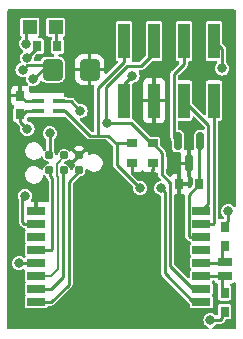
<source format=gbr>
%TF.GenerationSoftware,KiCad,Pcbnew,(6.0.0)*%
%TF.CreationDate,2022-02-13T23:40:39+01:00*%
%TF.ProjectId,LoraTrigger,4c6f7261-5472-4696-9767-65722e6b6963,rev?*%
%TF.SameCoordinates,Original*%
%TF.FileFunction,Copper,L1,Top*%
%TF.FilePolarity,Positive*%
%FSLAX46Y46*%
G04 Gerber Fmt 4.6, Leading zero omitted, Abs format (unit mm)*
G04 Created by KiCad (PCBNEW (6.0.0)) date 2022-02-13 23:40:39*
%MOMM*%
%LPD*%
G01*
G04 APERTURE LIST*
G04 Aperture macros list*
%AMRoundRect*
0 Rectangle with rounded corners*
0 $1 Rounding radius*
0 $2 $3 $4 $5 $6 $7 $8 $9 X,Y pos of 4 corners*
0 Add a 4 corners polygon primitive as box body*
4,1,4,$2,$3,$4,$5,$6,$7,$8,$9,$2,$3,0*
0 Add four circle primitives for the rounded corners*
1,1,$1+$1,$2,$3*
1,1,$1+$1,$4,$5*
1,1,$1+$1,$6,$7*
1,1,$1+$1,$8,$9*
0 Add four rect primitives between the rounded corners*
20,1,$1+$1,$2,$3,$4,$5,0*
20,1,$1+$1,$4,$5,$6,$7,0*
20,1,$1+$1,$6,$7,$8,$9,0*
20,1,$1+$1,$8,$9,$2,$3,0*%
G04 Aperture macros list end*
%TA.AperFunction,SMDPad,CuDef*%
%ADD10RoundRect,0.320754X0.529246X0.579246X-0.529246X0.579246X-0.529246X-0.579246X0.529246X-0.579246X0*%
%TD*%
%TA.AperFunction,SMDPad,CuDef*%
%ADD11R,1.498600X0.698500*%
%TD*%
%TA.AperFunction,SMDPad,CuDef*%
%ADD12RoundRect,0.150000X-0.150000X0.587500X-0.150000X-0.587500X0.150000X-0.587500X0.150000X0.587500X0*%
%TD*%
%TA.AperFunction,SMDPad,CuDef*%
%ADD13R,1.200000X1.200000*%
%TD*%
%TA.AperFunction,SMDPad,CuDef*%
%ADD14R,0.700000X0.900000*%
%TD*%
%TA.AperFunction,SMDPad,CuDef*%
%ADD15R,0.900000X0.700000*%
%TD*%
%TA.AperFunction,SMDPad,CuDef*%
%ADD16R,0.750000X0.900000*%
%TD*%
%TA.AperFunction,SMDPad,CuDef*%
%ADD17R,1.000000X3.000000*%
%TD*%
%TA.AperFunction,ConnectorPad*%
%ADD18C,0.784860*%
%TD*%
%TA.AperFunction,SMDPad,CuDef*%
%ADD19R,1.100000X0.300000*%
%TD*%
%TA.AperFunction,SMDPad,CuDef*%
%ADD20R,1.200000X0.800000*%
%TD*%
%TA.AperFunction,ViaPad*%
%ADD21C,0.800000*%
%TD*%
%TA.AperFunction,Conductor*%
%ADD22C,0.250000*%
%TD*%
%TA.AperFunction,Conductor*%
%ADD23C,0.200000*%
%TD*%
G04 APERTURE END LIST*
D10*
X105762500Y-60400000D03*
X102637500Y-60400000D03*
D11*
X115242760Y-80054490D03*
X115242760Y-78954670D03*
X115242760Y-77854850D03*
X115242760Y-76755030D03*
X115242760Y-75655210D03*
X115242760Y-74555390D03*
X115242760Y-73455570D03*
X115242760Y-72355750D03*
X101244820Y-72355750D03*
X101244820Y-73455570D03*
X101244820Y-74555390D03*
X101244820Y-75655210D03*
X101244820Y-76755030D03*
X101244820Y-77854850D03*
X101244820Y-78954670D03*
X101244820Y-80054490D03*
D12*
X115150000Y-66462500D03*
X113250000Y-66462500D03*
X114200000Y-68337500D03*
D13*
X100700000Y-56800000D03*
X102900000Y-56800000D03*
D14*
X103050000Y-58400000D03*
X101350000Y-58400000D03*
D15*
X111100000Y-68350000D03*
X111100000Y-66650000D03*
X109400000Y-68350000D03*
X109400000Y-66650000D03*
D16*
X117200000Y-79300000D03*
X117200000Y-80900000D03*
D14*
X115050000Y-70100000D03*
X113350000Y-70100000D03*
D17*
X108690000Y-57980000D03*
X108690000Y-63020000D03*
X111230000Y-57980000D03*
X111230000Y-63020000D03*
X113770000Y-57980000D03*
X113770000Y-63020000D03*
X116310000Y-57980000D03*
X116310000Y-63020000D03*
D18*
X104870000Y-67665000D03*
X104870000Y-68935000D03*
X103600000Y-67665000D03*
X103600000Y-68935000D03*
X102330000Y-67665000D03*
X102330000Y-68935000D03*
D19*
X103200000Y-63900000D03*
X103200000Y-63100000D03*
X101400000Y-63100000D03*
X101400000Y-63900000D03*
D16*
X117200000Y-75300000D03*
X117200000Y-73700000D03*
D20*
X117200000Y-76700000D03*
X117200000Y-77900000D03*
D16*
X99900000Y-62600000D03*
X99900000Y-64200000D03*
D21*
X100100000Y-60400000D03*
X101000000Y-61200000D03*
X117000000Y-60300000D03*
X116000000Y-81600000D03*
X100500000Y-65400000D03*
X117500000Y-72400000D03*
X100500000Y-59400000D03*
X109400000Y-60900000D03*
X100300000Y-71100000D03*
X102400000Y-65800000D03*
X100000000Y-81100000D03*
X104900000Y-56000000D03*
X105000000Y-57600000D03*
X111850000Y-70450000D03*
X110050978Y-70450000D03*
X105000000Y-63900000D03*
X107210694Y-64892500D03*
X100400000Y-58200000D03*
X99800000Y-76800000D03*
D22*
X102237500Y-60000000D02*
X100500000Y-60000000D01*
X100500000Y-60000000D02*
X100100000Y-60400000D01*
X102637500Y-60400000D02*
X102237500Y-60000000D01*
X101800000Y-60400000D02*
X101000000Y-61200000D01*
X102637500Y-60400000D02*
X101800000Y-60400000D01*
X115542760Y-78954670D02*
X114543460Y-78954670D01*
X111874511Y-69274511D02*
X111874511Y-67424511D01*
X114543460Y-78954670D02*
X112600000Y-77011210D01*
X112150489Y-77661519D02*
X112150489Y-70750489D01*
X112600000Y-77011210D02*
X112600000Y-70000000D01*
X115542760Y-80054490D02*
X114543460Y-80054490D01*
X112600000Y-70000000D02*
X111874511Y-69274511D01*
X111874511Y-67424511D02*
X111100000Y-66650000D01*
X114543460Y-80054490D02*
X112150489Y-77661519D01*
X112150489Y-70750489D02*
X111850000Y-70450000D01*
X113770000Y-59930000D02*
X113770000Y-57980000D01*
X112945489Y-60754511D02*
X113770000Y-59930000D01*
X113250000Y-66462500D02*
X112945489Y-66157989D01*
X112945489Y-66157989D02*
X112945489Y-60754511D01*
X115050000Y-66562500D02*
X115150000Y-66462500D01*
X115050000Y-70100000D02*
X115050000Y-66562500D01*
X114168949Y-74480879D02*
X114168949Y-70981051D01*
X114168949Y-70981051D02*
X115050000Y-70100000D01*
X115242760Y-74555390D02*
X114243460Y-74555390D01*
X114243460Y-74555390D02*
X114168949Y-74480879D01*
X117000000Y-73700000D02*
X117500000Y-73200000D01*
X117000000Y-58670000D02*
X117000000Y-60300000D01*
X101350000Y-58550000D02*
X100500000Y-59400000D01*
X99900000Y-64200000D02*
X100100000Y-64200000D01*
X102430000Y-65830000D02*
X102400000Y-65800000D01*
X100083340Y-71316660D02*
X100300000Y-71100000D01*
X108690000Y-61610000D02*
X109400000Y-60900000D01*
X100100000Y-64200000D02*
X100400000Y-63900000D01*
X101350000Y-58400000D02*
X101350000Y-58550000D01*
X99900000Y-64800000D02*
X100500000Y-65400000D01*
X101244820Y-73455570D02*
X100245520Y-73455570D01*
X99900000Y-64200000D02*
X99900000Y-64800000D01*
X117500000Y-73200000D02*
X117500000Y-72400000D01*
X116310000Y-57980000D02*
X117000000Y-58670000D01*
X117000000Y-81400000D02*
X116800000Y-81600000D01*
X100083340Y-73293390D02*
X100083340Y-71316660D01*
X100400000Y-63900000D02*
X101400000Y-63900000D01*
X116800000Y-81600000D02*
X116000000Y-81600000D01*
X117000000Y-80900000D02*
X117000000Y-81400000D01*
X100245520Y-73455570D02*
X100083340Y-73293390D01*
X108690000Y-63020000D02*
X108690000Y-61610000D01*
X102430000Y-67665000D02*
X102430000Y-65830000D01*
X109400000Y-68400000D02*
X109400000Y-69000000D01*
X99900000Y-62600000D02*
X100400000Y-63100000D01*
X109400000Y-68350000D02*
X109400000Y-68400000D01*
X100400000Y-63100000D02*
X101400000Y-63100000D01*
X111100000Y-68350000D02*
X111100000Y-68900000D01*
X115242760Y-73455570D02*
X116242060Y-73455570D01*
X116242060Y-73455570D02*
X116316571Y-73381059D01*
X116316571Y-73381059D02*
X116316571Y-63026571D01*
X116316571Y-63026571D02*
X116310000Y-63020000D01*
X106486194Y-61939080D02*
X108690000Y-59735274D01*
X110050978Y-70450000D02*
X108050000Y-68449022D01*
X108690000Y-59735274D02*
X108690000Y-57980000D01*
X107350490Y-65986194D02*
X106486194Y-65986194D01*
X108050000Y-68449022D02*
X108050000Y-66650000D01*
X108050000Y-66650000D02*
X108014296Y-66650000D01*
X105786194Y-65986194D02*
X103700000Y-63900000D01*
X106486194Y-65986194D02*
X105786194Y-65986194D01*
X109400000Y-66650000D02*
X108050000Y-66650000D01*
X108014296Y-66650000D02*
X107350490Y-65986194D01*
X103700000Y-63900000D02*
X103200000Y-63900000D01*
X106486194Y-65986194D02*
X106486194Y-61939080D01*
X105000000Y-63900000D02*
X104200000Y-63100000D01*
X111230000Y-58980000D02*
X110110000Y-60100000D01*
X104200000Y-63100000D02*
X103200000Y-63100000D01*
X110110000Y-60100000D02*
X108960978Y-60100000D01*
X111230000Y-57980000D02*
X111230000Y-58980000D01*
X109242500Y-64892500D02*
X107210694Y-64892500D01*
X107185026Y-64866832D02*
X107210694Y-64892500D01*
X108960978Y-60100000D02*
X107185026Y-61875952D01*
X111100000Y-66650000D02*
X111000000Y-66650000D01*
X107185026Y-61875952D02*
X107185026Y-64866832D01*
X111000000Y-66650000D02*
X109242500Y-64892500D01*
X102900000Y-56800000D02*
X102900000Y-58250000D01*
X102900000Y-58250000D02*
X103050000Y-58400000D01*
X100400000Y-57100000D02*
X100700000Y-56800000D01*
X99844970Y-76755030D02*
X99800000Y-76800000D01*
X101244820Y-76755030D02*
X99844970Y-76755030D01*
X100400000Y-58200000D02*
X100400000Y-57100000D01*
X115242760Y-72355750D02*
X115824501Y-71774009D01*
X115824501Y-71774009D02*
X115824501Y-65074501D01*
X115824501Y-65074501D02*
X113770000Y-63020000D01*
X102544120Y-75655210D02*
X102618631Y-75580699D01*
X102618631Y-69618981D02*
X102430000Y-69430350D01*
X102430000Y-69430350D02*
X102430000Y-68935000D01*
X102618631Y-75580699D02*
X102618631Y-69618981D01*
X101544820Y-75655210D02*
X102544120Y-75655210D01*
D23*
X103081059Y-69481059D02*
X102981059Y-69381059D01*
X102494120Y-77854850D02*
X103081059Y-77267911D01*
X101544820Y-77854850D02*
X102494120Y-77854850D01*
X103081059Y-77267911D02*
X103081059Y-69481059D01*
X102981059Y-68383941D02*
X103700000Y-67665000D01*
X102981059Y-69381059D02*
X102981059Y-68383941D01*
D22*
X103550489Y-77948301D02*
X103550489Y-69084511D01*
X102544120Y-78954670D02*
X103550489Y-77948301D01*
X103550489Y-69084511D02*
X103700000Y-68935000D01*
X101544820Y-78954670D02*
X102544120Y-78954670D01*
X102544120Y-80054490D02*
X104000000Y-78598610D01*
X104000000Y-69905000D02*
X104970000Y-68935000D01*
X104000000Y-78598610D02*
X104000000Y-69905000D01*
X101544820Y-80054490D02*
X102544120Y-80054490D01*
X117000000Y-79300000D02*
X117000000Y-77900000D01*
X116954850Y-77854850D02*
X117000000Y-77900000D01*
X115242760Y-77854850D02*
X116954850Y-77854850D01*
X117000000Y-76700000D02*
X117000000Y-75300000D01*
X116944970Y-76755030D02*
X117000000Y-76700000D01*
X115242760Y-76755030D02*
X116944970Y-76755030D01*
%TA.AperFunction,Conductor*%
G36*
X118092121Y-55320002D02*
G01*
X118138614Y-55373658D01*
X118150000Y-55426000D01*
X118150000Y-71890769D01*
X118129998Y-71958890D01*
X118076342Y-72005383D01*
X118006068Y-72015487D01*
X117941488Y-71985993D01*
X117934905Y-71979864D01*
X117933305Y-71978264D01*
X117928282Y-71971718D01*
X117802841Y-71875464D01*
X117656762Y-71814956D01*
X117500000Y-71794318D01*
X117343238Y-71814956D01*
X117197159Y-71875464D01*
X117071718Y-71971718D01*
X116975464Y-72097159D01*
X116914956Y-72243238D01*
X116894318Y-72400000D01*
X116914956Y-72556762D01*
X116975464Y-72702841D01*
X117071718Y-72828282D01*
X117078264Y-72833305D01*
X117079364Y-72834405D01*
X117113390Y-72896717D01*
X117108325Y-72967532D01*
X117065778Y-73024368D01*
X116999258Y-73049179D01*
X116990269Y-73049500D01*
X116805252Y-73049500D01*
X116792649Y-73052007D01*
X116721936Y-73045677D01*
X116665869Y-73002121D01*
X116642071Y-72928427D01*
X116642071Y-64846500D01*
X116662073Y-64778379D01*
X116715729Y-64731886D01*
X116768071Y-64720500D01*
X116829748Y-64720500D01*
X116845383Y-64717390D01*
X116876061Y-64711288D01*
X116876062Y-64711288D01*
X116888231Y-64708867D01*
X116954552Y-64664552D01*
X116998867Y-64598231D01*
X117010500Y-64539748D01*
X117010500Y-61500252D01*
X116998867Y-61441769D01*
X116954552Y-61375448D01*
X116888231Y-61331133D01*
X116876062Y-61328712D01*
X116876061Y-61328712D01*
X116835816Y-61320707D01*
X116829748Y-61319500D01*
X115790252Y-61319500D01*
X115784184Y-61320707D01*
X115743939Y-61328712D01*
X115743938Y-61328712D01*
X115731769Y-61331133D01*
X115665448Y-61375448D01*
X115621133Y-61441769D01*
X115609500Y-61500252D01*
X115609500Y-64094983D01*
X115589498Y-64163104D01*
X115535842Y-64209597D01*
X115465568Y-64219701D01*
X115400988Y-64190207D01*
X115394417Y-64184090D01*
X114507404Y-63297078D01*
X114473380Y-63234767D01*
X114470500Y-63207984D01*
X114470500Y-61500252D01*
X114458867Y-61441769D01*
X114414552Y-61375448D01*
X114348231Y-61331133D01*
X114336062Y-61328712D01*
X114336061Y-61328712D01*
X114295816Y-61320707D01*
X114289748Y-61319500D01*
X113396989Y-61319500D01*
X113328868Y-61299498D01*
X113282375Y-61245842D01*
X113270989Y-61193500D01*
X113270989Y-60941527D01*
X113290991Y-60873406D01*
X113307894Y-60852432D01*
X113986215Y-60174111D01*
X113994319Y-60166684D01*
X114014749Y-60149541D01*
X114023194Y-60142455D01*
X114028707Y-60132906D01*
X114042039Y-60109815D01*
X114047945Y-60100544D01*
X114063230Y-60078715D01*
X114069554Y-60069684D01*
X114072408Y-60059034D01*
X114073885Y-60055866D01*
X114075077Y-60052590D01*
X114080588Y-60043045D01*
X114087130Y-60005942D01*
X114089509Y-59995210D01*
X114090742Y-59990608D01*
X114099264Y-59958807D01*
X114095979Y-59921257D01*
X114095500Y-59910276D01*
X114095500Y-59806500D01*
X114115502Y-59738379D01*
X114169158Y-59691886D01*
X114221500Y-59680500D01*
X114289748Y-59680500D01*
X114296208Y-59679215D01*
X114336061Y-59671288D01*
X114336062Y-59671288D01*
X114348231Y-59668867D01*
X114414552Y-59624552D01*
X114458867Y-59558231D01*
X114470500Y-59499748D01*
X115609500Y-59499748D01*
X115621133Y-59558231D01*
X115665448Y-59624552D01*
X115731769Y-59668867D01*
X115743938Y-59671288D01*
X115743939Y-59671288D01*
X115783792Y-59679215D01*
X115790252Y-59680500D01*
X116462942Y-59680500D01*
X116531063Y-59700502D01*
X116577556Y-59754158D01*
X116587660Y-59824432D01*
X116562904Y-59883204D01*
X116480494Y-59990603D01*
X116480492Y-59990606D01*
X116475464Y-59997159D01*
X116414956Y-60143238D01*
X116413878Y-60151426D01*
X116404637Y-60221619D01*
X116394318Y-60300000D01*
X116414956Y-60456762D01*
X116475464Y-60602841D01*
X116571718Y-60728282D01*
X116578264Y-60733305D01*
X116591209Y-60743238D01*
X116697159Y-60824536D01*
X116843238Y-60885044D01*
X117000000Y-60905682D01*
X117008188Y-60904604D01*
X117148574Y-60886122D01*
X117156762Y-60885044D01*
X117302841Y-60824536D01*
X117408791Y-60743238D01*
X117421736Y-60733305D01*
X117428282Y-60728282D01*
X117524536Y-60602841D01*
X117585044Y-60456762D01*
X117605682Y-60300000D01*
X117595363Y-60221619D01*
X117586122Y-60151426D01*
X117585044Y-60143238D01*
X117524536Y-59997159D01*
X117441552Y-59889012D01*
X117433305Y-59878264D01*
X117428282Y-59871718D01*
X117374796Y-59830677D01*
X117332929Y-59773339D01*
X117325500Y-59730714D01*
X117325500Y-58689710D01*
X117325980Y-58678728D01*
X117328303Y-58652175D01*
X117328303Y-58652170D01*
X117329263Y-58641193D01*
X117319508Y-58604783D01*
X117317133Y-58594072D01*
X117312501Y-58567806D01*
X117310588Y-58556955D01*
X117305078Y-58547411D01*
X117303886Y-58544135D01*
X117302407Y-58540964D01*
X117299554Y-58530316D01*
X117277940Y-58499448D01*
X117272036Y-58490179D01*
X117258707Y-58467092D01*
X117258704Y-58467088D01*
X117253194Y-58457545D01*
X117224324Y-58433320D01*
X117216221Y-58425894D01*
X117047405Y-58257078D01*
X117013379Y-58194766D01*
X117010500Y-58167983D01*
X117010500Y-56460252D01*
X116998867Y-56401769D01*
X116954552Y-56335448D01*
X116888231Y-56291133D01*
X116876062Y-56288712D01*
X116876061Y-56288712D01*
X116835816Y-56280707D01*
X116829748Y-56279500D01*
X115790252Y-56279500D01*
X115784184Y-56280707D01*
X115743939Y-56288712D01*
X115743938Y-56288712D01*
X115731769Y-56291133D01*
X115665448Y-56335448D01*
X115621133Y-56401769D01*
X115609500Y-56460252D01*
X115609500Y-59499748D01*
X114470500Y-59499748D01*
X114470500Y-56460252D01*
X114458867Y-56401769D01*
X114414552Y-56335448D01*
X114348231Y-56291133D01*
X114336062Y-56288712D01*
X114336061Y-56288712D01*
X114295816Y-56280707D01*
X114289748Y-56279500D01*
X113250252Y-56279500D01*
X113244184Y-56280707D01*
X113203939Y-56288712D01*
X113203938Y-56288712D01*
X113191769Y-56291133D01*
X113125448Y-56335448D01*
X113081133Y-56401769D01*
X113069500Y-56460252D01*
X113069500Y-59499748D01*
X113081133Y-59558231D01*
X113125448Y-59624552D01*
X113191769Y-59668867D01*
X113203938Y-59671288D01*
X113203939Y-59671288D01*
X113243792Y-59679215D01*
X113250252Y-59680500D01*
X113256439Y-59680500D01*
X113262602Y-59681107D01*
X113262446Y-59682691D01*
X113323105Y-59700502D01*
X113369598Y-59754158D01*
X113379702Y-59824432D01*
X113350208Y-59889012D01*
X113344079Y-59895595D01*
X112729274Y-60510400D01*
X112721170Y-60517827D01*
X112692295Y-60542056D01*
X112686782Y-60551605D01*
X112673450Y-60574696D01*
X112667544Y-60583967D01*
X112645935Y-60614827D01*
X112643081Y-60625477D01*
X112641604Y-60628645D01*
X112640412Y-60631921D01*
X112634901Y-60641466D01*
X112632119Y-60657247D01*
X112628359Y-60678569D01*
X112625981Y-60689296D01*
X112616225Y-60725704D01*
X112617186Y-60736689D01*
X112617186Y-60736691D01*
X112619509Y-60763239D01*
X112619989Y-60774221D01*
X112619989Y-66138279D01*
X112619509Y-66149261D01*
X112616225Y-66186796D01*
X112625588Y-66221736D01*
X112625980Y-66223199D01*
X112628359Y-66233931D01*
X112628951Y-66237290D01*
X112634901Y-66271034D01*
X112640412Y-66280579D01*
X112641604Y-66283855D01*
X112643081Y-66287023D01*
X112645935Y-66297673D01*
X112652259Y-66306704D01*
X112667544Y-66328533D01*
X112673450Y-66337804D01*
X112686782Y-66360895D01*
X112692295Y-66370444D01*
X112700739Y-66377529D01*
X112704494Y-66380680D01*
X112743819Y-66439791D01*
X112749500Y-66477200D01*
X112749500Y-67083218D01*
X112750170Y-67087768D01*
X112750170Y-67087771D01*
X112754994Y-67120539D01*
X112759642Y-67152112D01*
X112775443Y-67184295D01*
X112804527Y-67243532D01*
X112811068Y-67256855D01*
X112893650Y-67339293D01*
X112903006Y-67343866D01*
X112903007Y-67343867D01*
X112923709Y-67353986D01*
X112998482Y-67390536D01*
X113028973Y-67394984D01*
X113062256Y-67399840D01*
X113062260Y-67399840D01*
X113066782Y-67400500D01*
X113411396Y-67400500D01*
X113479517Y-67420502D01*
X113526010Y-67474158D01*
X113536114Y-67544432D01*
X113528548Y-67572885D01*
X113513833Y-67610050D01*
X113509881Y-67625612D01*
X113500456Y-67703502D01*
X113500000Y-67711057D01*
X113500000Y-68169385D01*
X113504475Y-68184624D01*
X113505865Y-68185829D01*
X113513548Y-68187500D01*
X114031885Y-68187500D01*
X114047124Y-68183025D01*
X114048329Y-68181635D01*
X114050000Y-68173952D01*
X114050000Y-67218115D01*
X114045525Y-67202876D01*
X114044135Y-67201671D01*
X114036452Y-67200000D01*
X114011057Y-67200000D01*
X114003502Y-67200456D01*
X113925607Y-67209882D01*
X113906839Y-67214648D01*
X113835891Y-67212029D01*
X113777621Y-67171468D01*
X113750531Y-67105843D01*
X113750188Y-67085359D01*
X113750500Y-67083218D01*
X113750500Y-65841782D01*
X113741871Y-65783162D01*
X113741784Y-65782574D01*
X113741784Y-65782573D01*
X113740358Y-65772888D01*
X113711522Y-65714155D01*
X113693522Y-65677493D01*
X113693521Y-65677491D01*
X113688932Y-65668145D01*
X113606350Y-65585707D01*
X113501518Y-65534464D01*
X113471027Y-65530016D01*
X113437744Y-65525160D01*
X113437740Y-65525160D01*
X113433218Y-65524500D01*
X113396989Y-65524500D01*
X113328868Y-65504498D01*
X113282375Y-65450842D01*
X113270989Y-65398500D01*
X113270989Y-64846500D01*
X113290991Y-64778379D01*
X113344647Y-64731886D01*
X113396989Y-64720500D01*
X114289748Y-64720500D01*
X114305383Y-64717390D01*
X114336061Y-64711288D01*
X114336062Y-64711288D01*
X114348231Y-64708867D01*
X114414552Y-64664552D01*
X114458867Y-64598231D01*
X114470500Y-64539748D01*
X114470500Y-64485016D01*
X114490502Y-64416895D01*
X114544158Y-64370402D01*
X114614432Y-64360298D01*
X114679012Y-64389792D01*
X114685579Y-64395905D01*
X115462098Y-65172425D01*
X115496122Y-65234735D01*
X115499001Y-65261518D01*
X115499001Y-65402970D01*
X115478999Y-65471091D01*
X115425343Y-65517584D01*
X115354813Y-65527650D01*
X115344782Y-65526187D01*
X115333218Y-65524500D01*
X114966782Y-65524500D01*
X114962232Y-65525170D01*
X114962229Y-65525170D01*
X114907574Y-65533216D01*
X114907573Y-65533216D01*
X114897888Y-65534642D01*
X114869512Y-65548574D01*
X114802493Y-65581478D01*
X114802491Y-65581479D01*
X114793145Y-65586068D01*
X114785787Y-65593438D01*
X114785788Y-65593438D01*
X114722407Y-65656930D01*
X114710707Y-65668650D01*
X114659464Y-65773482D01*
X114658052Y-65783162D01*
X114650737Y-65833305D01*
X114649500Y-65841782D01*
X114649500Y-67083218D01*
X114649650Y-67084236D01*
X114634867Y-67152731D01*
X114584747Y-67203015D01*
X114515397Y-67218219D01*
X114493169Y-67214650D01*
X114474391Y-67209882D01*
X114396498Y-67200456D01*
X114388943Y-67200000D01*
X114368115Y-67200000D01*
X114352876Y-67204475D01*
X114351671Y-67205865D01*
X114350000Y-67213548D01*
X114350000Y-69456885D01*
X114354475Y-69472124D01*
X114355865Y-69473329D01*
X114363548Y-69475000D01*
X114376850Y-69475000D01*
X114444971Y-69495002D01*
X114491464Y-69548658D01*
X114499529Y-69617845D01*
X114501314Y-69618021D01*
X114500707Y-69624184D01*
X114499500Y-69630252D01*
X114499500Y-70137983D01*
X114479498Y-70206104D01*
X114462595Y-70227078D01*
X114315095Y-70374578D01*
X114252783Y-70408604D01*
X114181968Y-70403539D01*
X114125132Y-70360992D01*
X114100321Y-70294472D01*
X114100000Y-70285483D01*
X114100000Y-70268115D01*
X114095525Y-70252876D01*
X114094135Y-70251671D01*
X114086452Y-70250000D01*
X113518115Y-70250000D01*
X113502876Y-70254475D01*
X113501671Y-70255865D01*
X113500000Y-70263548D01*
X113500000Y-70931884D01*
X113504475Y-70947123D01*
X113505865Y-70948328D01*
X113513548Y-70949999D01*
X113717449Y-70949999D01*
X113785570Y-70970001D01*
X113832063Y-71023657D01*
X113843449Y-71075999D01*
X113843449Y-74461169D01*
X113842969Y-74472151D01*
X113839685Y-74509686D01*
X113842539Y-74520335D01*
X113849440Y-74546089D01*
X113851819Y-74556821D01*
X113858361Y-74593924D01*
X113863872Y-74603469D01*
X113865064Y-74606745D01*
X113866541Y-74609913D01*
X113869395Y-74620563D01*
X113875719Y-74629594D01*
X113891004Y-74651423D01*
X113896910Y-74660694D01*
X113910242Y-74683785D01*
X113915755Y-74693334D01*
X113924200Y-74700420D01*
X113944623Y-74717557D01*
X113952728Y-74724985D01*
X113999366Y-74771624D01*
X114006791Y-74779727D01*
X114031005Y-74808584D01*
X114058025Y-74824184D01*
X114063644Y-74827428D01*
X114072912Y-74833332D01*
X114103776Y-74854943D01*
X114114422Y-74857796D01*
X114117590Y-74859273D01*
X114120867Y-74860466D01*
X114130415Y-74865978D01*
X114159968Y-74871189D01*
X114167529Y-74872522D01*
X114178263Y-74874902D01*
X114213340Y-74884301D01*
X114273962Y-74921253D01*
X114293854Y-74960713D01*
X114297423Y-74959235D01*
X114302172Y-74970700D01*
X114304593Y-74982871D01*
X114311487Y-74993188D01*
X114311488Y-74993191D01*
X114339623Y-75035297D01*
X114360839Y-75103049D01*
X114339623Y-75175303D01*
X114311488Y-75217409D01*
X114311487Y-75217412D01*
X114304593Y-75227729D01*
X114292960Y-75286212D01*
X114292960Y-76024208D01*
X114294167Y-76030276D01*
X114300231Y-76060760D01*
X114304593Y-76082691D01*
X114311487Y-76093008D01*
X114311488Y-76093011D01*
X114339623Y-76135117D01*
X114360839Y-76202869D01*
X114339623Y-76275123D01*
X114311488Y-76317229D01*
X114311487Y-76317232D01*
X114304593Y-76327549D01*
X114292960Y-76386032D01*
X114292960Y-77124028D01*
X114304593Y-77182511D01*
X114311487Y-77192828D01*
X114311488Y-77192831D01*
X114339623Y-77234937D01*
X114360839Y-77302689D01*
X114339623Y-77374943D01*
X114311488Y-77417049D01*
X114311487Y-77417052D01*
X114304593Y-77427369D01*
X114292960Y-77485852D01*
X114292960Y-77939653D01*
X114272958Y-78007774D01*
X114219302Y-78054267D01*
X114149028Y-78064371D01*
X114084448Y-78034877D01*
X114077865Y-78028748D01*
X112962405Y-76913289D01*
X112928380Y-76850977D01*
X112925500Y-76824194D01*
X112925500Y-71076000D01*
X112945502Y-71007879D01*
X112999158Y-70961386D01*
X113051500Y-70950000D01*
X113181885Y-70950000D01*
X113197124Y-70945525D01*
X113198329Y-70944135D01*
X113200000Y-70936452D01*
X113200000Y-69931885D01*
X113500000Y-69931885D01*
X113504475Y-69947124D01*
X113505865Y-69948329D01*
X113513548Y-69950000D01*
X114081884Y-69950000D01*
X114097123Y-69945525D01*
X114098328Y-69944135D01*
X114099999Y-69936452D01*
X114099999Y-69623475D01*
X114099224Y-69613626D01*
X114086716Y-69534648D01*
X114083881Y-69525923D01*
X114052165Y-69463677D01*
X114050000Y-69440420D01*
X114050000Y-68505615D01*
X114045525Y-68490376D01*
X114044135Y-68489171D01*
X114036452Y-68487500D01*
X113518115Y-68487500D01*
X113502876Y-68491975D01*
X113501671Y-68493365D01*
X113500000Y-68501048D01*
X113500000Y-68963943D01*
X113500456Y-68971498D01*
X113509881Y-69049388D01*
X113513835Y-69064956D01*
X113533749Y-69115255D01*
X113540228Y-69185955D01*
X113511822Y-69244150D01*
X113501671Y-69255865D01*
X113500000Y-69263548D01*
X113500000Y-69931885D01*
X113200000Y-69931885D01*
X113200000Y-69268116D01*
X113195525Y-69252877D01*
X113194135Y-69251672D01*
X113186452Y-69250001D01*
X112973475Y-69250001D01*
X112963626Y-69250776D01*
X112884649Y-69263283D01*
X112866014Y-69269338D01*
X112770787Y-69317859D01*
X112754944Y-69329370D01*
X112679373Y-69404941D01*
X112675987Y-69409601D01*
X112619763Y-69452953D01*
X112549027Y-69459027D01*
X112484958Y-69424632D01*
X112236916Y-69176590D01*
X112202890Y-69114278D01*
X112200011Y-69087495D01*
X112200011Y-68918363D01*
X112220013Y-68850242D01*
X112273669Y-68803749D01*
X112283721Y-68800000D01*
X112300000Y-68800000D01*
X112300000Y-67800000D01*
X112292206Y-67800000D01*
X112288911Y-67797144D01*
X112236915Y-67768753D01*
X112202890Y-67706441D01*
X112200011Y-67679658D01*
X112200011Y-67444221D01*
X112200491Y-67433239D01*
X112202814Y-67406691D01*
X112202814Y-67406689D01*
X112203775Y-67395704D01*
X112194019Y-67359296D01*
X112191641Y-67348569D01*
X112188664Y-67331686D01*
X112185099Y-67311466D01*
X112179588Y-67301921D01*
X112178396Y-67298645D01*
X112176919Y-67295477D01*
X112174065Y-67284827D01*
X112152456Y-67253967D01*
X112146550Y-67244696D01*
X112133218Y-67221605D01*
X112127705Y-67212056D01*
X112098828Y-67187826D01*
X112090726Y-67180400D01*
X111787405Y-66877079D01*
X111753379Y-66814767D01*
X111750500Y-66787984D01*
X111750500Y-66280252D01*
X111746667Y-66260981D01*
X111741288Y-66233939D01*
X111741288Y-66233938D01*
X111738867Y-66221769D01*
X111694552Y-66155448D01*
X111628231Y-66111133D01*
X111616062Y-66108712D01*
X111616061Y-66108712D01*
X111575816Y-66100707D01*
X111569748Y-66099500D01*
X110962017Y-66099500D01*
X110893896Y-66079498D01*
X110872922Y-66062595D01*
X109486610Y-64676284D01*
X109479183Y-64668180D01*
X109475307Y-64663561D01*
X109454955Y-64639306D01*
X109445408Y-64633794D01*
X109436963Y-64626708D01*
X109439458Y-64623734D01*
X109404521Y-64587111D01*
X109394670Y-64546525D01*
X110330001Y-64546525D01*
X110330776Y-64556374D01*
X110343283Y-64635351D01*
X110349338Y-64653986D01*
X110397859Y-64749213D01*
X110409370Y-64765056D01*
X110484944Y-64840630D01*
X110500787Y-64852141D01*
X110596018Y-64900664D01*
X110614645Y-64906716D01*
X110693627Y-64919225D01*
X110703473Y-64920000D01*
X111061885Y-64920000D01*
X111077124Y-64915525D01*
X111078329Y-64914135D01*
X111080000Y-64906452D01*
X111080000Y-64901884D01*
X111380000Y-64901884D01*
X111384475Y-64917123D01*
X111385865Y-64918328D01*
X111393548Y-64919999D01*
X111756525Y-64919999D01*
X111766374Y-64919224D01*
X111845351Y-64906717D01*
X111863986Y-64900662D01*
X111959213Y-64852141D01*
X111975056Y-64840630D01*
X112050630Y-64765056D01*
X112062141Y-64749213D01*
X112110664Y-64653982D01*
X112116716Y-64635355D01*
X112129225Y-64556373D01*
X112130000Y-64546527D01*
X112130000Y-63188115D01*
X112125525Y-63172876D01*
X112124135Y-63171671D01*
X112116452Y-63170000D01*
X111398115Y-63170000D01*
X111382876Y-63174475D01*
X111381671Y-63175865D01*
X111380000Y-63183548D01*
X111380000Y-64901884D01*
X111080000Y-64901884D01*
X111080000Y-63188115D01*
X111075525Y-63172876D01*
X111074135Y-63171671D01*
X111066452Y-63170000D01*
X110348116Y-63170000D01*
X110332877Y-63174475D01*
X110331672Y-63175865D01*
X110330001Y-63183548D01*
X110330001Y-64546525D01*
X109394670Y-64546525D01*
X109390500Y-64529347D01*
X109390500Y-62851885D01*
X110330000Y-62851885D01*
X110334475Y-62867124D01*
X110335865Y-62868329D01*
X110343548Y-62870000D01*
X111061885Y-62870000D01*
X111077124Y-62865525D01*
X111078329Y-62864135D01*
X111080000Y-62856452D01*
X111080000Y-62851885D01*
X111380000Y-62851885D01*
X111384475Y-62867124D01*
X111385865Y-62868329D01*
X111393548Y-62870000D01*
X112111884Y-62870000D01*
X112127123Y-62865525D01*
X112128328Y-62864135D01*
X112129999Y-62856452D01*
X112129999Y-61493475D01*
X112129224Y-61483626D01*
X112116717Y-61404649D01*
X112110662Y-61386014D01*
X112062141Y-61290787D01*
X112050630Y-61274944D01*
X111975056Y-61199370D01*
X111959213Y-61187859D01*
X111863982Y-61139336D01*
X111845355Y-61133284D01*
X111766373Y-61120775D01*
X111756527Y-61120000D01*
X111398115Y-61120000D01*
X111382876Y-61124475D01*
X111381671Y-61125865D01*
X111380000Y-61133548D01*
X111380000Y-62851885D01*
X111080000Y-62851885D01*
X111080000Y-61138116D01*
X111075525Y-61122877D01*
X111074135Y-61121672D01*
X111066452Y-61120001D01*
X110703475Y-61120001D01*
X110693626Y-61120776D01*
X110614649Y-61133283D01*
X110596014Y-61139338D01*
X110500787Y-61187859D01*
X110484944Y-61199370D01*
X110409370Y-61274944D01*
X110397859Y-61290787D01*
X110349336Y-61386018D01*
X110343284Y-61404645D01*
X110330775Y-61483627D01*
X110330000Y-61493473D01*
X110330000Y-62851885D01*
X109390500Y-62851885D01*
X109390500Y-61617432D01*
X109410502Y-61549311D01*
X109464158Y-61502818D01*
X109500053Y-61492510D01*
X109548574Y-61486122D01*
X109556762Y-61485044D01*
X109702841Y-61424536D01*
X109807205Y-61344455D01*
X109821736Y-61333305D01*
X109828282Y-61328282D01*
X109834095Y-61320707D01*
X109919509Y-61209392D01*
X109924536Y-61202841D01*
X109985044Y-61056762D01*
X110005682Y-60900000D01*
X109985044Y-60743238D01*
X109947385Y-60652320D01*
X109925596Y-60599718D01*
X109918007Y-60529128D01*
X109949786Y-60465641D01*
X110010844Y-60429414D01*
X110042005Y-60425500D01*
X110090290Y-60425500D01*
X110101272Y-60425980D01*
X110127820Y-60428303D01*
X110127822Y-60428303D01*
X110138807Y-60429264D01*
X110175215Y-60419508D01*
X110185942Y-60417130D01*
X110189301Y-60416538D01*
X110223045Y-60410588D01*
X110232590Y-60405077D01*
X110235866Y-60403885D01*
X110239034Y-60402408D01*
X110249684Y-60399554D01*
X110280544Y-60377945D01*
X110289815Y-60372039D01*
X110312910Y-60358705D01*
X110312911Y-60358704D01*
X110322455Y-60353194D01*
X110346685Y-60324319D01*
X110354110Y-60316217D01*
X110952922Y-59717405D01*
X111015234Y-59683379D01*
X111042017Y-59680500D01*
X111749748Y-59680500D01*
X111756208Y-59679215D01*
X111796061Y-59671288D01*
X111796062Y-59671288D01*
X111808231Y-59668867D01*
X111874552Y-59624552D01*
X111918867Y-59558231D01*
X111930500Y-59499748D01*
X111930500Y-56460252D01*
X111918867Y-56401769D01*
X111874552Y-56335448D01*
X111808231Y-56291133D01*
X111796062Y-56288712D01*
X111796061Y-56288712D01*
X111755816Y-56280707D01*
X111749748Y-56279500D01*
X110710252Y-56279500D01*
X110704184Y-56280707D01*
X110663939Y-56288712D01*
X110663938Y-56288712D01*
X110651769Y-56291133D01*
X110585448Y-56335448D01*
X110541133Y-56401769D01*
X110529500Y-56460252D01*
X110529500Y-59167982D01*
X110509498Y-59236103D01*
X110492596Y-59257077D01*
X110012079Y-59737595D01*
X109949766Y-59771620D01*
X109922983Y-59774500D01*
X109470090Y-59774500D01*
X109401969Y-59754498D01*
X109355476Y-59700842D01*
X109345372Y-59630568D01*
X109365326Y-59578496D01*
X109371974Y-59568547D01*
X109378867Y-59558231D01*
X109390500Y-59499748D01*
X109390500Y-56460252D01*
X109378867Y-56401769D01*
X109334552Y-56335448D01*
X109268231Y-56291133D01*
X109256062Y-56288712D01*
X109256061Y-56288712D01*
X109215816Y-56280707D01*
X109209748Y-56279500D01*
X108170252Y-56279500D01*
X108164184Y-56280707D01*
X108123939Y-56288712D01*
X108123938Y-56288712D01*
X108111769Y-56291133D01*
X108045448Y-56335448D01*
X108001133Y-56401769D01*
X107989500Y-56460252D01*
X107989500Y-59499748D01*
X108001133Y-59558231D01*
X108045448Y-59624552D01*
X108055761Y-59631443D01*
X108055764Y-59631446D01*
X108094600Y-59657396D01*
X108140127Y-59711873D01*
X108148974Y-59782316D01*
X108113694Y-59851253D01*
X107227593Y-60737355D01*
X107165283Y-60771378D01*
X107094468Y-60766314D01*
X107037632Y-60723767D01*
X107012821Y-60657247D01*
X107012500Y-60648258D01*
X107012500Y-60568115D01*
X107008025Y-60552876D01*
X107006635Y-60551671D01*
X106998952Y-60550000D01*
X105930615Y-60550000D01*
X105915376Y-60554475D01*
X105914171Y-60555865D01*
X105912500Y-60563548D01*
X105912500Y-61681884D01*
X105916975Y-61697123D01*
X105918365Y-61698328D01*
X105926048Y-61699999D01*
X106047669Y-61699999D01*
X106115790Y-61720001D01*
X106162283Y-61773657D01*
X106171754Y-61847882D01*
X106169063Y-61863141D01*
X106166686Y-61873865D01*
X106156930Y-61910273D01*
X106157891Y-61921258D01*
X106157891Y-61921260D01*
X106160214Y-61947808D01*
X106160694Y-61958790D01*
X106160694Y-65534694D01*
X106140692Y-65602815D01*
X106087036Y-65649308D01*
X106034694Y-65660694D01*
X105973210Y-65660694D01*
X105905089Y-65640692D01*
X105884115Y-65623789D01*
X104973897Y-64713571D01*
X104939871Y-64651259D01*
X104944936Y-64580444D01*
X104987483Y-64523608D01*
X105046546Y-64499554D01*
X105156762Y-64485044D01*
X105302841Y-64424536D01*
X105428282Y-64328282D01*
X105524536Y-64202841D01*
X105585044Y-64056762D01*
X105605682Y-63900000D01*
X105585044Y-63743238D01*
X105524536Y-63597159D01*
X105428282Y-63471718D01*
X105302841Y-63375464D01*
X105156762Y-63314956D01*
X105000000Y-63294318D01*
X104933157Y-63303118D01*
X104863010Y-63292179D01*
X104827617Y-63267291D01*
X104444111Y-62883785D01*
X104436684Y-62875681D01*
X104419541Y-62855251D01*
X104419542Y-62855251D01*
X104412455Y-62846806D01*
X104402906Y-62841293D01*
X104379815Y-62827961D01*
X104370544Y-62822055D01*
X104348715Y-62806770D01*
X104339684Y-62800446D01*
X104329034Y-62797592D01*
X104325866Y-62796115D01*
X104322590Y-62794923D01*
X104313045Y-62789412D01*
X104279301Y-62783462D01*
X104275942Y-62782870D01*
X104265215Y-62780492D01*
X104228807Y-62770736D01*
X104217822Y-62771697D01*
X104217820Y-62771697D01*
X104191272Y-62774020D01*
X104180290Y-62774500D01*
X103879238Y-62774500D01*
X103835095Y-62765720D01*
X103828231Y-62761133D01*
X103769748Y-62749500D01*
X103726000Y-62749500D01*
X103657879Y-62729498D01*
X103611386Y-62675842D01*
X103600000Y-62623500D01*
X103600000Y-62400000D01*
X100800999Y-62400000D01*
X100732878Y-62379998D01*
X100686385Y-62326342D01*
X100674999Y-62274000D01*
X100674999Y-62123475D01*
X100674224Y-62113626D01*
X100661717Y-62034649D01*
X100655662Y-62016014D01*
X100611371Y-61929089D01*
X100598267Y-61859312D01*
X100624967Y-61793528D01*
X100682994Y-61752621D01*
X100753926Y-61749580D01*
X100771856Y-61755477D01*
X100835608Y-61781884D01*
X100835611Y-61781885D01*
X100843238Y-61785044D01*
X101000000Y-61805682D01*
X101008188Y-61804604D01*
X101148574Y-61786122D01*
X101156762Y-61785044D01*
X101302841Y-61724536D01*
X101428282Y-61628282D01*
X101436608Y-61617432D01*
X101519509Y-61509392D01*
X101524536Y-61502841D01*
X101527695Y-61495213D01*
X101527698Y-61495209D01*
X101560425Y-61416197D01*
X101604973Y-61360915D01*
X101672336Y-61338494D01*
X101741127Y-61356052D01*
X101753011Y-61364050D01*
X101849963Y-61437640D01*
X101891130Y-61453939D01*
X101975218Y-61487232D01*
X101975220Y-61487233D01*
X101982748Y-61490213D01*
X102067755Y-61500500D01*
X102637124Y-61500500D01*
X103207244Y-61500499D01*
X103211002Y-61500044D01*
X103211007Y-61500044D01*
X103284219Y-61491185D01*
X103292252Y-61490213D01*
X103299775Y-61487235D01*
X103299777Y-61487234D01*
X103383870Y-61453939D01*
X103425037Y-61437640D01*
X103538794Y-61351294D01*
X103625140Y-61237537D01*
X103666312Y-61133548D01*
X103674732Y-61112282D01*
X103674733Y-61112280D01*
X103677713Y-61104752D01*
X103687501Y-61023871D01*
X104512501Y-61023871D01*
X104512839Y-61030391D01*
X104522217Y-61120785D01*
X104525108Y-61134177D01*
X104573800Y-61280123D01*
X104579974Y-61293302D01*
X104660705Y-61423763D01*
X104669741Y-61435163D01*
X104778324Y-61543556D01*
X104789735Y-61552568D01*
X104920344Y-61633076D01*
X104933525Y-61639223D01*
X105079568Y-61687664D01*
X105092944Y-61690531D01*
X105182162Y-61699672D01*
X105188578Y-61700000D01*
X105594385Y-61700000D01*
X105609624Y-61695525D01*
X105610829Y-61694135D01*
X105612500Y-61686452D01*
X105612500Y-60568115D01*
X105608025Y-60552876D01*
X105606635Y-60551671D01*
X105598952Y-60550000D01*
X104530616Y-60550000D01*
X104515377Y-60554475D01*
X104514172Y-60555865D01*
X104512501Y-60563548D01*
X104512501Y-61023871D01*
X103687501Y-61023871D01*
X103688000Y-61019745D01*
X103687999Y-60231885D01*
X104512500Y-60231885D01*
X104516975Y-60247124D01*
X104518365Y-60248329D01*
X104526048Y-60250000D01*
X105594385Y-60250000D01*
X105609624Y-60245525D01*
X105610829Y-60244135D01*
X105612500Y-60236452D01*
X105612500Y-60231885D01*
X105912500Y-60231885D01*
X105916975Y-60247124D01*
X105918365Y-60248329D01*
X105926048Y-60250000D01*
X106994384Y-60250000D01*
X107009623Y-60245525D01*
X107010828Y-60244135D01*
X107012499Y-60236452D01*
X107012499Y-59776129D01*
X107012161Y-59769609D01*
X107002783Y-59679215D01*
X106999892Y-59665823D01*
X106951200Y-59519877D01*
X106945026Y-59506698D01*
X106864295Y-59376237D01*
X106855259Y-59364837D01*
X106746676Y-59256444D01*
X106735265Y-59247432D01*
X106604656Y-59166924D01*
X106591475Y-59160777D01*
X106445432Y-59112336D01*
X106432056Y-59109469D01*
X106342838Y-59100328D01*
X106336421Y-59100000D01*
X105930615Y-59100000D01*
X105915376Y-59104475D01*
X105914171Y-59105865D01*
X105912500Y-59113548D01*
X105912500Y-60231885D01*
X105612500Y-60231885D01*
X105612500Y-59118116D01*
X105608025Y-59102877D01*
X105606635Y-59101672D01*
X105598952Y-59100001D01*
X105188629Y-59100001D01*
X105182109Y-59100339D01*
X105091715Y-59109717D01*
X105078323Y-59112608D01*
X104932377Y-59161300D01*
X104919198Y-59167474D01*
X104788737Y-59248205D01*
X104777337Y-59257241D01*
X104668944Y-59365824D01*
X104659932Y-59377235D01*
X104579424Y-59507844D01*
X104573277Y-59521025D01*
X104524836Y-59667068D01*
X104521969Y-59680444D01*
X104512828Y-59769662D01*
X104512500Y-59776079D01*
X104512500Y-60231885D01*
X103687999Y-60231885D01*
X103687999Y-59780256D01*
X103684883Y-59754498D01*
X103678685Y-59703281D01*
X103677713Y-59695248D01*
X103672742Y-59682691D01*
X103652451Y-59631443D01*
X103625140Y-59562463D01*
X103538794Y-59448706D01*
X103425037Y-59362360D01*
X103347536Y-59331675D01*
X103299782Y-59312768D01*
X103299780Y-59312767D01*
X103292252Y-59309787D01*
X103224491Y-59301587D01*
X103159266Y-59273546D01*
X103119556Y-59214694D01*
X103117968Y-59143715D01*
X103155006Y-59083145D01*
X103218911Y-59052215D01*
X103239628Y-59050500D01*
X103419748Y-59050500D01*
X103425816Y-59049293D01*
X103466061Y-59041288D01*
X103466062Y-59041288D01*
X103478231Y-59038867D01*
X103544552Y-58994552D01*
X103588867Y-58928231D01*
X103591640Y-58914293D01*
X103599293Y-58875816D01*
X103600500Y-58869748D01*
X103600500Y-57930252D01*
X103595435Y-57904789D01*
X103591288Y-57883939D01*
X103591288Y-57883938D01*
X103588867Y-57871769D01*
X103544552Y-57805448D01*
X103534239Y-57798557D01*
X103530338Y-57794656D01*
X103496312Y-57732344D01*
X103501377Y-57661529D01*
X103543924Y-57604693D01*
X103568220Y-57590858D01*
X103578231Y-57588867D01*
X103588548Y-57581974D01*
X103588549Y-57581973D01*
X103634239Y-57551443D01*
X103644552Y-57544552D01*
X103688867Y-57478231D01*
X103700500Y-57419748D01*
X103700500Y-56180252D01*
X103688867Y-56121769D01*
X103644552Y-56055448D01*
X103578231Y-56011133D01*
X103566062Y-56008712D01*
X103566061Y-56008712D01*
X103525816Y-56000707D01*
X103519748Y-55999500D01*
X102280252Y-55999500D01*
X102274184Y-56000707D01*
X102233939Y-56008712D01*
X102233938Y-56008712D01*
X102221769Y-56011133D01*
X102155448Y-56055448D01*
X102111133Y-56121769D01*
X102099500Y-56180252D01*
X102099500Y-57419748D01*
X102111133Y-57478231D01*
X102155448Y-57544552D01*
X102221769Y-57588867D01*
X102233938Y-57591288D01*
X102233939Y-57591288D01*
X102274184Y-57599293D01*
X102280252Y-57600500D01*
X102448500Y-57600500D01*
X102516621Y-57620502D01*
X102563114Y-57674158D01*
X102574500Y-57726500D01*
X102574500Y-57738712D01*
X102553265Y-57808715D01*
X102511133Y-57871769D01*
X102508712Y-57883938D01*
X102508712Y-57883939D01*
X102504565Y-57904789D01*
X102499500Y-57930252D01*
X102499500Y-58869748D01*
X102500707Y-58875816D01*
X102508361Y-58914293D01*
X102511133Y-58928231D01*
X102555448Y-58994552D01*
X102621769Y-59038867D01*
X102677344Y-59049922D01*
X102740253Y-59082828D01*
X102775386Y-59144522D01*
X102771586Y-59215417D01*
X102730061Y-59273004D01*
X102663995Y-59298998D01*
X102652763Y-59299500D01*
X102075500Y-59299501D01*
X102067756Y-59299501D01*
X102063998Y-59299956D01*
X102063993Y-59299956D01*
X101990789Y-59308814D01*
X101982748Y-59309787D01*
X101975225Y-59312765D01*
X101975223Y-59312766D01*
X101925715Y-59332368D01*
X101849963Y-59362360D01*
X101736206Y-59448706D01*
X101649860Y-59562463D01*
X101637024Y-59594884D01*
X101593349Y-59650858D01*
X101519872Y-59674500D01*
X101213219Y-59674500D01*
X101145098Y-59654498D01*
X101098605Y-59600842D01*
X101088297Y-59532054D01*
X101104604Y-59408188D01*
X101105682Y-59400000D01*
X101096882Y-59333157D01*
X101107821Y-59263010D01*
X101132709Y-59227617D01*
X101272921Y-59087405D01*
X101335233Y-59053379D01*
X101362016Y-59050500D01*
X101719748Y-59050500D01*
X101725816Y-59049293D01*
X101766061Y-59041288D01*
X101766062Y-59041288D01*
X101778231Y-59038867D01*
X101844552Y-58994552D01*
X101888867Y-58928231D01*
X101891640Y-58914293D01*
X101899293Y-58875816D01*
X101900500Y-58869748D01*
X101900500Y-57930252D01*
X101895435Y-57904789D01*
X101891288Y-57883939D01*
X101891288Y-57883938D01*
X101888867Y-57871769D01*
X101844552Y-57805448D01*
X101778231Y-57761133D01*
X101766062Y-57758712D01*
X101766061Y-57758712D01*
X101725816Y-57750707D01*
X101719748Y-57749500D01*
X101540372Y-57749500D01*
X101472251Y-57729498D01*
X101425758Y-57675842D01*
X101415654Y-57605568D01*
X101443067Y-57545544D01*
X101444552Y-57544552D01*
X101488867Y-57478231D01*
X101500500Y-57419748D01*
X101500500Y-56180252D01*
X101488867Y-56121769D01*
X101444552Y-56055448D01*
X101378231Y-56011133D01*
X101366062Y-56008712D01*
X101366061Y-56008712D01*
X101325816Y-56000707D01*
X101319748Y-55999500D01*
X100080252Y-55999500D01*
X100074184Y-56000707D01*
X100033939Y-56008712D01*
X100033938Y-56008712D01*
X100021769Y-56011133D01*
X99955448Y-56055448D01*
X99911133Y-56121769D01*
X99899500Y-56180252D01*
X99899500Y-57419748D01*
X99911133Y-57478231D01*
X99955448Y-57544552D01*
X99965761Y-57551443D01*
X99965763Y-57551445D01*
X99976193Y-57558414D01*
X100021721Y-57612891D01*
X100030569Y-57683334D01*
X99999928Y-57747378D01*
X99982893Y-57763143D01*
X99971718Y-57771718D01*
X99875464Y-57897159D01*
X99814956Y-58043238D01*
X99794318Y-58200000D01*
X99814956Y-58356762D01*
X99875464Y-58502841D01*
X99971718Y-58628282D01*
X100097159Y-58724536D01*
X100104261Y-58727478D01*
X100153073Y-58778669D01*
X100166511Y-58848382D01*
X100140125Y-58914293D01*
X100117784Y-58936370D01*
X100078267Y-58966692D01*
X100078264Y-58966695D01*
X100071718Y-58971718D01*
X99975464Y-59097159D01*
X99914956Y-59243238D01*
X99894318Y-59400000D01*
X99914956Y-59556762D01*
X99918115Y-59564389D01*
X99918116Y-59564392D01*
X99962165Y-59670735D01*
X99969754Y-59741325D01*
X99937975Y-59804812D01*
X99893975Y-59835362D01*
X99797159Y-59875464D01*
X99671718Y-59971718D01*
X99575464Y-60097159D01*
X99514956Y-60243238D01*
X99494318Y-60400000D01*
X99514956Y-60556762D01*
X99575464Y-60702841D01*
X99671718Y-60828282D01*
X99797159Y-60924536D01*
X99943238Y-60985044D01*
X99951426Y-60986122D01*
X99968099Y-60988317D01*
X100100000Y-61005682D01*
X100108188Y-61004604D01*
X100256762Y-60985044D01*
X100257003Y-60986873D01*
X100317666Y-60988317D01*
X100376461Y-61028112D01*
X100404408Y-61093377D01*
X100404221Y-61124779D01*
X100394318Y-61200000D01*
X100414956Y-61356762D01*
X100475464Y-61502841D01*
X100480491Y-61509392D01*
X100522922Y-61564690D01*
X100548522Y-61630911D01*
X100534257Y-61700460D01*
X100484656Y-61751255D01*
X100415466Y-61767171D01*
X100400234Y-61764291D01*
X100400148Y-61764835D01*
X100311373Y-61750775D01*
X100301527Y-61750000D01*
X100068115Y-61750000D01*
X100052876Y-61754475D01*
X100051671Y-61755865D01*
X100050000Y-61763548D01*
X100050000Y-62274000D01*
X100029998Y-62342121D01*
X99976342Y-62388614D01*
X99924000Y-62400000D01*
X99876000Y-62400000D01*
X99807879Y-62379998D01*
X99761386Y-62326342D01*
X99750000Y-62274000D01*
X99750000Y-61768116D01*
X99745525Y-61752877D01*
X99744135Y-61751672D01*
X99736452Y-61750001D01*
X99498475Y-61750001D01*
X99488626Y-61750776D01*
X99409649Y-61763283D01*
X99391014Y-61769338D01*
X99295787Y-61817859D01*
X99279944Y-61829370D01*
X99204370Y-61904944D01*
X99192859Y-61920787D01*
X99144336Y-62016018D01*
X99138284Y-62034645D01*
X99125775Y-62113627D01*
X99125000Y-62123473D01*
X99125000Y-62431885D01*
X99129475Y-62447124D01*
X99130865Y-62448329D01*
X99138548Y-62450000D01*
X99474000Y-62450000D01*
X99542121Y-62470002D01*
X99588614Y-62523658D01*
X99600000Y-62576000D01*
X99600000Y-62624000D01*
X99579998Y-62692121D01*
X99526342Y-62738614D01*
X99474000Y-62750000D01*
X99143116Y-62750000D01*
X99127877Y-62754475D01*
X99126672Y-62755865D01*
X99125001Y-62763548D01*
X99125001Y-63076525D01*
X99125776Y-63086374D01*
X99138283Y-63165351D01*
X99144338Y-63183986D01*
X99192859Y-63279213D01*
X99204370Y-63295056D01*
X99279944Y-63370630D01*
X99295787Y-63382141D01*
X99347549Y-63408515D01*
X99399164Y-63457263D01*
X99416230Y-63526178D01*
X99393329Y-63593380D01*
X99386669Y-63601291D01*
X99380448Y-63605448D01*
X99336133Y-63671769D01*
X99324500Y-63730252D01*
X99324500Y-64669748D01*
X99336133Y-64728231D01*
X99380448Y-64794552D01*
X99446769Y-64838867D01*
X99504041Y-64850259D01*
X99566950Y-64883167D01*
X99588608Y-64913508D01*
X99589412Y-64913044D01*
X99589412Y-64913045D01*
X99590432Y-64914812D01*
X99592838Y-64919433D01*
X99593638Y-64920554D01*
X99593778Y-64920854D01*
X99594561Y-64922742D01*
X99595503Y-64924553D01*
X99597592Y-64929033D01*
X99600446Y-64939684D01*
X99606770Y-64948715D01*
X99622055Y-64970544D01*
X99627961Y-64979815D01*
X99641293Y-65002906D01*
X99646806Y-65012455D01*
X99655251Y-65019541D01*
X99675682Y-65036685D01*
X99683785Y-65044111D01*
X99867291Y-65227617D01*
X99901317Y-65289929D01*
X99903118Y-65333157D01*
X99894318Y-65400000D01*
X99914956Y-65556762D01*
X99975464Y-65702841D01*
X99998606Y-65733000D01*
X100050017Y-65800000D01*
X100071718Y-65828282D01*
X100197159Y-65924536D01*
X100343238Y-65985044D01*
X100500000Y-66005682D01*
X100508188Y-66004604D01*
X100648574Y-65986122D01*
X100656762Y-65985044D01*
X100802841Y-65924536D01*
X100928282Y-65828282D01*
X100949984Y-65800000D01*
X101001394Y-65733000D01*
X101024536Y-65702841D01*
X101085044Y-65556762D01*
X101105682Y-65400000D01*
X101085044Y-65243238D01*
X101024536Y-65097159D01*
X100928282Y-64971718D01*
X100802841Y-64875464D01*
X100656762Y-64814956D01*
X100583998Y-64805376D01*
X100519072Y-64776655D01*
X100479980Y-64717390D01*
X100475312Y-64670696D01*
X100475500Y-64669748D01*
X100475500Y-64526000D01*
X100495502Y-64457879D01*
X100549158Y-64411386D01*
X100601500Y-64400000D01*
X103600000Y-64400000D01*
X103600000Y-64394681D01*
X103632129Y-64385247D01*
X103703125Y-64385247D01*
X103756722Y-64417048D01*
X105542083Y-66202409D01*
X105549510Y-66210513D01*
X105573739Y-66239388D01*
X105583288Y-66244901D01*
X105606379Y-66258233D01*
X105615650Y-66264139D01*
X105646510Y-66285748D01*
X105657160Y-66288602D01*
X105660328Y-66290079D01*
X105663604Y-66291271D01*
X105673149Y-66296782D01*
X105706893Y-66302732D01*
X105710252Y-66303324D01*
X105720979Y-66305702D01*
X105757387Y-66315458D01*
X105768363Y-66314498D01*
X105768366Y-66314498D01*
X105794937Y-66312173D01*
X105805918Y-66311694D01*
X107163473Y-66311694D01*
X107231594Y-66331696D01*
X107252569Y-66348599D01*
X107687596Y-66783627D01*
X107721621Y-66845939D01*
X107724500Y-66872722D01*
X107724500Y-68429312D01*
X107724020Y-68440294D01*
X107722944Y-68452597D01*
X107720736Y-68477829D01*
X107726958Y-68501048D01*
X107730491Y-68514232D01*
X107732870Y-68524964D01*
X107739412Y-68562067D01*
X107744923Y-68571612D01*
X107746115Y-68574888D01*
X107747592Y-68578056D01*
X107750446Y-68588706D01*
X107756770Y-68597737D01*
X107772055Y-68619566D01*
X107777961Y-68628837D01*
X107791293Y-68651928D01*
X107796806Y-68661477D01*
X107805251Y-68668563D01*
X107825682Y-68685707D01*
X107833785Y-68693133D01*
X109418269Y-70277618D01*
X109452295Y-70339930D01*
X109454096Y-70383158D01*
X109445296Y-70450000D01*
X109465934Y-70606762D01*
X109526442Y-70752841D01*
X109622696Y-70878282D01*
X109748137Y-70974536D01*
X109894216Y-71035044D01*
X110050978Y-71055682D01*
X110059166Y-71054604D01*
X110199552Y-71036122D01*
X110207740Y-71035044D01*
X110353819Y-70974536D01*
X110479260Y-70878282D01*
X110575514Y-70752841D01*
X110636022Y-70606762D01*
X110656660Y-70450000D01*
X110636022Y-70293238D01*
X110575514Y-70147159D01*
X110479260Y-70021718D01*
X110353819Y-69925464D01*
X110207740Y-69864956D01*
X110185895Y-69862080D01*
X110059166Y-69845396D01*
X110050978Y-69844318D01*
X109984137Y-69853118D01*
X109913990Y-69842179D01*
X109878597Y-69817292D01*
X109280383Y-69219078D01*
X109246358Y-69156766D01*
X109246357Y-69103201D01*
X109250000Y-69086453D01*
X109250000Y-68926000D01*
X109270002Y-68857879D01*
X109323658Y-68811386D01*
X109376000Y-68800000D01*
X109424000Y-68800000D01*
X109492121Y-68820002D01*
X109538614Y-68873658D01*
X109550000Y-68926000D01*
X109550000Y-69081884D01*
X109554475Y-69097123D01*
X109555865Y-69098328D01*
X109563548Y-69099999D01*
X109876525Y-69099999D01*
X109886374Y-69099224D01*
X109965351Y-69086717D01*
X109983986Y-69080662D01*
X110079213Y-69032141D01*
X110095056Y-69020630D01*
X110160905Y-68954781D01*
X110223217Y-68920755D01*
X110294032Y-68925820D01*
X110339095Y-68954781D01*
X110404944Y-69020630D01*
X110420787Y-69032141D01*
X110516018Y-69080664D01*
X110534645Y-69086716D01*
X110613627Y-69099225D01*
X110623473Y-69100000D01*
X110931885Y-69100000D01*
X110947124Y-69095525D01*
X110948329Y-69094135D01*
X110950000Y-69086452D01*
X110950000Y-68926000D01*
X110970002Y-68857879D01*
X111023658Y-68811386D01*
X111076000Y-68800000D01*
X111124000Y-68800000D01*
X111192121Y-68820002D01*
X111238614Y-68873658D01*
X111250000Y-68926000D01*
X111250000Y-69081884D01*
X111254475Y-69097123D01*
X111255865Y-69098328D01*
X111263548Y-69099999D01*
X111423011Y-69099999D01*
X111491132Y-69120001D01*
X111537625Y-69173657D01*
X111549011Y-69225999D01*
X111549011Y-69254801D01*
X111548531Y-69265783D01*
X111545247Y-69303318D01*
X111549603Y-69319573D01*
X111555002Y-69339721D01*
X111557381Y-69350453D01*
X111563923Y-69387556D01*
X111569434Y-69397101D01*
X111570626Y-69400377D01*
X111572103Y-69403545D01*
X111574957Y-69414195D01*
X111593874Y-69441211D01*
X111596566Y-69445055D01*
X111602472Y-69454326D01*
X111611410Y-69469806D01*
X111621317Y-69486966D01*
X111629762Y-69494052D01*
X111650186Y-69511190D01*
X111658291Y-69518617D01*
X111787736Y-69648063D01*
X111821761Y-69710375D01*
X111816695Y-69781191D01*
X111774149Y-69838026D01*
X111715084Y-69862080D01*
X111693238Y-69864956D01*
X111547159Y-69925464D01*
X111421718Y-70021718D01*
X111325464Y-70147159D01*
X111264956Y-70293238D01*
X111244318Y-70450000D01*
X111264956Y-70606762D01*
X111325464Y-70752841D01*
X111421718Y-70878282D01*
X111547159Y-70974536D01*
X111693238Y-71035044D01*
X111715434Y-71037966D01*
X111780361Y-71066687D01*
X111819454Y-71125952D01*
X111824989Y-71162888D01*
X111824989Y-77641809D01*
X111824509Y-77652791D01*
X111821225Y-77690326D01*
X111824079Y-77700975D01*
X111830980Y-77726729D01*
X111833359Y-77737461D01*
X111839901Y-77774564D01*
X111845412Y-77784109D01*
X111846604Y-77787385D01*
X111848081Y-77790553D01*
X111850935Y-77801203D01*
X111857259Y-77810234D01*
X111872544Y-77832063D01*
X111878450Y-77841334D01*
X111891782Y-77864425D01*
X111897295Y-77873974D01*
X111905740Y-77881060D01*
X111926171Y-77898204D01*
X111934274Y-77905630D01*
X114256055Y-80227411D01*
X114290081Y-80289723D01*
X114292960Y-80316506D01*
X114292960Y-80423488D01*
X114294167Y-80429556D01*
X114300231Y-80460040D01*
X114304593Y-80481971D01*
X114348908Y-80548292D01*
X114415229Y-80592607D01*
X114427398Y-80595028D01*
X114427399Y-80595028D01*
X114467644Y-80603033D01*
X114473712Y-80604240D01*
X116011808Y-80604240D01*
X116017876Y-80603033D01*
X116058121Y-80595028D01*
X116058122Y-80595028D01*
X116070291Y-80592607D01*
X116136612Y-80548292D01*
X116180927Y-80481971D01*
X116185290Y-80460040D01*
X116191353Y-80429556D01*
X116192560Y-80423488D01*
X116192560Y-79685492D01*
X116186561Y-79655332D01*
X116183348Y-79639179D01*
X116183348Y-79639178D01*
X116180927Y-79627009D01*
X116174033Y-79616692D01*
X116174032Y-79616689D01*
X116145897Y-79574583D01*
X116124681Y-79506831D01*
X116145897Y-79434577D01*
X116174032Y-79392471D01*
X116174033Y-79392468D01*
X116180927Y-79382151D01*
X116185290Y-79360220D01*
X116191353Y-79329736D01*
X116192560Y-79323668D01*
X116192560Y-78585672D01*
X116186561Y-78555512D01*
X116183348Y-78539359D01*
X116183348Y-78539358D01*
X116180927Y-78527189D01*
X116174033Y-78516872D01*
X116174032Y-78516869D01*
X116145897Y-78474763D01*
X116124681Y-78407011D01*
X116145896Y-78334758D01*
X116174624Y-78291764D01*
X116229101Y-78246236D01*
X116299545Y-78237389D01*
X116363588Y-78268030D01*
X116400900Y-78328432D01*
X116402968Y-78337183D01*
X116411133Y-78378231D01*
X116455448Y-78444552D01*
X116521769Y-78488867D01*
X116533938Y-78491288D01*
X116533939Y-78491288D01*
X116573082Y-78499074D01*
X116635992Y-78531982D01*
X116671123Y-78593677D01*
X116674500Y-78622653D01*
X116674500Y-78676128D01*
X116653266Y-78746129D01*
X116636133Y-78771769D01*
X116624500Y-78830252D01*
X116624500Y-79769748D01*
X116636133Y-79828231D01*
X116680448Y-79894552D01*
X116746769Y-79938867D01*
X116758938Y-79941288D01*
X116758939Y-79941288D01*
X116799184Y-79949293D01*
X116805252Y-79950500D01*
X117594748Y-79950500D01*
X117600816Y-79949293D01*
X117641061Y-79941288D01*
X117641062Y-79941288D01*
X117653231Y-79938867D01*
X117719552Y-79894552D01*
X117763867Y-79828231D01*
X117775500Y-79769748D01*
X117775500Y-78830252D01*
X117773093Y-78818150D01*
X117766288Y-78783939D01*
X117766288Y-78783938D01*
X117763867Y-78771769D01*
X117723700Y-78711655D01*
X117719552Y-78705448D01*
X117720420Y-78704868D01*
X117692251Y-78653283D01*
X117697316Y-78582468D01*
X117739863Y-78525632D01*
X117806383Y-78500821D01*
X117812531Y-78500601D01*
X117813557Y-78500500D01*
X117819748Y-78500500D01*
X117826917Y-78499074D01*
X117866061Y-78491288D01*
X117866062Y-78491288D01*
X117878231Y-78488867D01*
X117936712Y-78449791D01*
X117936715Y-78449789D01*
X117944552Y-78444552D01*
X117945021Y-78445253D01*
X117997217Y-78416751D01*
X118068032Y-78421816D01*
X118124868Y-78464363D01*
X118149679Y-78530883D01*
X118150000Y-78539872D01*
X118150000Y-82274000D01*
X118129998Y-82342121D01*
X118076342Y-82388614D01*
X118024000Y-82400000D01*
X116271257Y-82400000D01*
X116203136Y-82379998D01*
X116156643Y-82326342D01*
X116146539Y-82256068D01*
X116176033Y-82191488D01*
X116223039Y-82157591D01*
X116302841Y-82124536D01*
X116428282Y-82028282D01*
X116469323Y-81974796D01*
X116526661Y-81932929D01*
X116569286Y-81925500D01*
X116780290Y-81925500D01*
X116791272Y-81925980D01*
X116817820Y-81928303D01*
X116817822Y-81928303D01*
X116828807Y-81929264D01*
X116865215Y-81919508D01*
X116875942Y-81917130D01*
X116879301Y-81916538D01*
X116913045Y-81910588D01*
X116922590Y-81905077D01*
X116925866Y-81903885D01*
X116929034Y-81902408D01*
X116939684Y-81899554D01*
X116970544Y-81877945D01*
X116979815Y-81872039D01*
X117002906Y-81858707D01*
X117012455Y-81853194D01*
X117036685Y-81824317D01*
X117044111Y-81816215D01*
X117216215Y-81644111D01*
X117224319Y-81636684D01*
X117244752Y-81619539D01*
X117244753Y-81619538D01*
X117253194Y-81612455D01*
X117258704Y-81602911D01*
X117264914Y-81595510D01*
X117324023Y-81556183D01*
X117361436Y-81550500D01*
X117594748Y-81550500D01*
X117600816Y-81549293D01*
X117641061Y-81541288D01*
X117641062Y-81541288D01*
X117653231Y-81538867D01*
X117719552Y-81494552D01*
X117748368Y-81451426D01*
X117756974Y-81438547D01*
X117763867Y-81428231D01*
X117775500Y-81369748D01*
X117775500Y-80430252D01*
X117763867Y-80371769D01*
X117719552Y-80305448D01*
X117653231Y-80261133D01*
X117641062Y-80258712D01*
X117641061Y-80258712D01*
X117600816Y-80250707D01*
X117594748Y-80249500D01*
X116805252Y-80249500D01*
X116799184Y-80250707D01*
X116758939Y-80258712D01*
X116758938Y-80258712D01*
X116746769Y-80261133D01*
X116680448Y-80305448D01*
X116636133Y-80371769D01*
X116624500Y-80430252D01*
X116624500Y-81066778D01*
X116604498Y-81134899D01*
X116550842Y-81181392D01*
X116480568Y-81191496D01*
X116421796Y-81166741D01*
X116309392Y-81080491D01*
X116302841Y-81075464D01*
X116156762Y-81014956D01*
X116000000Y-80994318D01*
X115843238Y-81014956D01*
X115697159Y-81075464D01*
X115571718Y-81171718D01*
X115475464Y-81297159D01*
X115414956Y-81443238D01*
X115394318Y-81600000D01*
X115414956Y-81756762D01*
X115475464Y-81902841D01*
X115571718Y-82028282D01*
X115697159Y-82124536D01*
X115776961Y-82157591D01*
X115832242Y-82202139D01*
X115854663Y-82269503D01*
X115837105Y-82338294D01*
X115785143Y-82386672D01*
X115728743Y-82400000D01*
X98926000Y-82400000D01*
X98857879Y-82379998D01*
X98811386Y-82326342D01*
X98800000Y-82274000D01*
X98800000Y-76800000D01*
X99194318Y-76800000D01*
X99214956Y-76956762D01*
X99275464Y-77102841D01*
X99371718Y-77228282D01*
X99378264Y-77233305D01*
X99398499Y-77248832D01*
X99497159Y-77324536D01*
X99643238Y-77385044D01*
X99800000Y-77405682D01*
X99808188Y-77404604D01*
X99948574Y-77386122D01*
X99956762Y-77385044D01*
X100102841Y-77324536D01*
X100109393Y-77319509D01*
X100115654Y-77315894D01*
X100184650Y-77299157D01*
X100251741Y-77322378D01*
X100295628Y-77378186D01*
X100302232Y-77449595D01*
X100295020Y-77485852D01*
X100295020Y-78223848D01*
X100306653Y-78282331D01*
X100313547Y-78292648D01*
X100313548Y-78292651D01*
X100341683Y-78334757D01*
X100362899Y-78402509D01*
X100341683Y-78474763D01*
X100313548Y-78516869D01*
X100313547Y-78516872D01*
X100306653Y-78527189D01*
X100304232Y-78539358D01*
X100304232Y-78539359D01*
X100301019Y-78555512D01*
X100295020Y-78585672D01*
X100295020Y-79323668D01*
X100296227Y-79329736D01*
X100302291Y-79360220D01*
X100306653Y-79382151D01*
X100313547Y-79392468D01*
X100313548Y-79392471D01*
X100341683Y-79434577D01*
X100362899Y-79502329D01*
X100341683Y-79574583D01*
X100313548Y-79616689D01*
X100313547Y-79616692D01*
X100306653Y-79627009D01*
X100304232Y-79639178D01*
X100304232Y-79639179D01*
X100301019Y-79655332D01*
X100295020Y-79685492D01*
X100295020Y-80423488D01*
X100296227Y-80429556D01*
X100302291Y-80460040D01*
X100306653Y-80481971D01*
X100350968Y-80548292D01*
X100417289Y-80592607D01*
X100429458Y-80595028D01*
X100429459Y-80595028D01*
X100469704Y-80603033D01*
X100475772Y-80604240D01*
X102013868Y-80604240D01*
X102019936Y-80603033D01*
X102060181Y-80595028D01*
X102060182Y-80595028D01*
X102072351Y-80592607D01*
X102138672Y-80548292D01*
X102182987Y-80481971D01*
X102185408Y-80469801D01*
X102190157Y-80458335D01*
X102194272Y-80460040D01*
X102216038Y-80418466D01*
X102277746Y-80383357D01*
X102306678Y-80379990D01*
X102524410Y-80379990D01*
X102535392Y-80380470D01*
X102561940Y-80382793D01*
X102561942Y-80382793D01*
X102572927Y-80383754D01*
X102609335Y-80373998D01*
X102620062Y-80371620D01*
X102623421Y-80371028D01*
X102657165Y-80365078D01*
X102666710Y-80359567D01*
X102669986Y-80358375D01*
X102673154Y-80356898D01*
X102683804Y-80354044D01*
X102714664Y-80332435D01*
X102723935Y-80326529D01*
X102747026Y-80313197D01*
X102756575Y-80307684D01*
X102780805Y-80278807D01*
X102788231Y-80270705D01*
X104216222Y-78842715D01*
X104224326Y-78835288D01*
X104244750Y-78818150D01*
X104253194Y-78811065D01*
X104258704Y-78801522D01*
X104258707Y-78801518D01*
X104272036Y-78778431D01*
X104277941Y-78769161D01*
X104293232Y-78747323D01*
X104299554Y-78738294D01*
X104302407Y-78727646D01*
X104303886Y-78724475D01*
X104305078Y-78721199D01*
X104310588Y-78711655D01*
X104317134Y-78674534D01*
X104319508Y-78663827D01*
X104329263Y-78627417D01*
X104327667Y-78609168D01*
X104325979Y-78589879D01*
X104325500Y-78578898D01*
X104325500Y-70092017D01*
X104345502Y-70023896D01*
X104362405Y-70002921D01*
X104881112Y-69484215D01*
X104943424Y-69450190D01*
X104953758Y-69448389D01*
X105005729Y-69441547D01*
X105132208Y-69389158D01*
X105145383Y-69379049D01*
X105234268Y-69310844D01*
X105240818Y-69305818D01*
X105273253Y-69263548D01*
X105319130Y-69203761D01*
X105319131Y-69203759D01*
X105324158Y-69197208D01*
X105358509Y-69114278D01*
X105373387Y-69078359D01*
X105373388Y-69078356D01*
X105376547Y-69070729D01*
X105394416Y-68935000D01*
X105393338Y-68926812D01*
X105393338Y-68918554D01*
X105395836Y-68918554D01*
X105404826Y-68860877D01*
X105451949Y-68807774D01*
X105520301Y-68788578D01*
X105588181Y-68809383D01*
X105600393Y-68818544D01*
X105724089Y-68923632D01*
X105746352Y-68935000D01*
X105872194Y-68999259D01*
X105872199Y-68999261D01*
X105878711Y-69002586D01*
X105885816Y-69004325D01*
X105885820Y-69004326D01*
X105940101Y-69017608D01*
X106047348Y-69043851D01*
X106052950Y-69044199D01*
X106052953Y-69044199D01*
X106056354Y-69044410D01*
X106056363Y-69044410D01*
X106058293Y-69044530D01*
X106183478Y-69044530D01*
X106275059Y-69033853D01*
X106305173Y-69030342D01*
X106305174Y-69030342D01*
X106312445Y-69029494D01*
X106319322Y-69026998D01*
X106319325Y-69026997D01*
X106468761Y-68972754D01*
X106475640Y-68970257D01*
X106620830Y-68875066D01*
X106740227Y-68749027D01*
X106827427Y-68598902D01*
X106830805Y-68587751D01*
X106859812Y-68491975D01*
X106877752Y-68432743D01*
X106878238Y-68424922D01*
X106883874Y-68334057D01*
X106888502Y-68259463D01*
X106885418Y-68241511D01*
X106875129Y-68181635D01*
X106859101Y-68088357D01*
X106827077Y-68013097D01*
X106793992Y-67935342D01*
X106793991Y-67935340D01*
X106791125Y-67928605D01*
X106688222Y-67788775D01*
X106555911Y-67676368D01*
X106500405Y-67648025D01*
X106407806Y-67600741D01*
X106407801Y-67600739D01*
X106401289Y-67597414D01*
X106394184Y-67595675D01*
X106394180Y-67595674D01*
X106301529Y-67573003D01*
X106232652Y-67556149D01*
X106227050Y-67555801D01*
X106227047Y-67555801D01*
X106223646Y-67555590D01*
X106223637Y-67555590D01*
X106221707Y-67555470D01*
X106096522Y-67555470D01*
X106004941Y-67566147D01*
X105974827Y-67569658D01*
X105974826Y-67569658D01*
X105967555Y-67570506D01*
X105960678Y-67573002D01*
X105960675Y-67573003D01*
X105819374Y-67624293D01*
X105748517Y-67628734D01*
X105686506Y-67594161D01*
X105653031Y-67531552D01*
X105651168Y-67519898D01*
X105648412Y-67495326D01*
X105645310Y-67481673D01*
X105591480Y-67327094D01*
X105585425Y-67314457D01*
X105536283Y-67235813D01*
X105525743Y-67226443D01*
X105516695Y-67230437D01*
X104438575Y-68308557D01*
X104431815Y-68320937D01*
X104438260Y-68329546D01*
X104488098Y-68362159D01*
X104534147Y-68416196D01*
X104543671Y-68486551D01*
X104513647Y-68550887D01*
X104508201Y-68556687D01*
X104505732Y-68559156D01*
X104499182Y-68564182D01*
X104494156Y-68570732D01*
X104431852Y-68651928D01*
X104415842Y-68672792D01*
X104389648Y-68736031D01*
X104368763Y-68786452D01*
X104363453Y-68799271D01*
X104362375Y-68807459D01*
X104359922Y-68826092D01*
X104331200Y-68891019D01*
X104271935Y-68930111D01*
X104200943Y-68930956D01*
X104140764Y-68893286D01*
X104110078Y-68826092D01*
X104107625Y-68807459D01*
X104106547Y-68799271D01*
X104101238Y-68786452D01*
X104080352Y-68736031D01*
X104054158Y-68672792D01*
X104038149Y-68651928D01*
X103975844Y-68570732D01*
X103970818Y-68564182D01*
X103950560Y-68548637D01*
X103868761Y-68485870D01*
X103868759Y-68485869D01*
X103862208Y-68480842D01*
X103794018Y-68452597D01*
X103743359Y-68431613D01*
X103743356Y-68431612D01*
X103735729Y-68428453D01*
X103708908Y-68424922D01*
X103643981Y-68396200D01*
X103604889Y-68336935D01*
X103604044Y-68265943D01*
X103641714Y-68205764D01*
X103708908Y-68175078D01*
X103727541Y-68172625D01*
X103735729Y-68171547D01*
X103743356Y-68168388D01*
X103743359Y-68168387D01*
X103821760Y-68135912D01*
X103862208Y-68119158D01*
X103892949Y-68095570D01*
X103964268Y-68040844D01*
X103970818Y-68035818D01*
X103975844Y-68029268D01*
X103979485Y-68025627D01*
X104041797Y-67991601D01*
X104112612Y-67996666D01*
X104169448Y-68039213D01*
X104176356Y-68049451D01*
X104203582Y-68094407D01*
X104213989Y-68103922D01*
X104222607Y-68100261D01*
X104645056Y-67677812D01*
X104652670Y-67663868D01*
X104652539Y-67662035D01*
X104648288Y-67655420D01*
X104226366Y-67233498D01*
X104213986Y-67226738D01*
X104205615Y-67233005D01*
X104173617Y-67282657D01*
X104119903Y-67329082D01*
X104049617Y-67339098D01*
X103985073Y-67309524D01*
X103978610Y-67303498D01*
X103975844Y-67300732D01*
X103970818Y-67294182D01*
X103912532Y-67249457D01*
X103868761Y-67215870D01*
X103868759Y-67215869D01*
X103862208Y-67210842D01*
X103798969Y-67184648D01*
X103743359Y-67161613D01*
X103743356Y-67161612D01*
X103735729Y-67158453D01*
X103600000Y-67140584D01*
X103464271Y-67158453D01*
X103456644Y-67161612D01*
X103456641Y-67161613D01*
X103401031Y-67184648D01*
X103337792Y-67210842D01*
X103331241Y-67215869D01*
X103331239Y-67215870D01*
X103287468Y-67249457D01*
X103229182Y-67294182D01*
X103224156Y-67300732D01*
X103152377Y-67394276D01*
X103145842Y-67402792D01*
X103133231Y-67433239D01*
X103107532Y-67495282D01*
X103093453Y-67529271D01*
X103092375Y-67537459D01*
X103089922Y-67556092D01*
X103061200Y-67621019D01*
X103001935Y-67660111D01*
X102930943Y-67660956D01*
X102870764Y-67623286D01*
X102840078Y-67556092D01*
X102837625Y-67537459D01*
X102836547Y-67529271D01*
X102822469Y-67495282D01*
X102796769Y-67433239D01*
X102784158Y-67402792D01*
X102779130Y-67396239D01*
X102775001Y-67389087D01*
X102777093Y-67387879D01*
X102755937Y-67333151D01*
X102755500Y-67322672D01*
X102755500Y-67009138D01*
X104431275Y-67009138D01*
X104435100Y-67017968D01*
X104857188Y-67440056D01*
X104871132Y-67447670D01*
X104872965Y-67447539D01*
X104879580Y-67443288D01*
X105301605Y-67021263D01*
X105308365Y-67008883D01*
X105302271Y-67000743D01*
X105225527Y-66952039D01*
X105212934Y-66945897D01*
X105058731Y-66890987D01*
X105045106Y-66887791D01*
X104882560Y-66868409D01*
X104868563Y-66868311D01*
X104705761Y-66885423D01*
X104692097Y-66888428D01*
X104537135Y-66941180D01*
X104524465Y-66947142D01*
X104440718Y-66998663D01*
X104431275Y-67009138D01*
X102755500Y-67009138D01*
X102755500Y-66346265D01*
X102775502Y-66278144D01*
X102804796Y-66246303D01*
X102828282Y-66228282D01*
X102841196Y-66211453D01*
X102893126Y-66143775D01*
X102924536Y-66102841D01*
X102985044Y-65956762D01*
X103005682Y-65800000D01*
X102987419Y-65661279D01*
X102986122Y-65651426D01*
X102985044Y-65643238D01*
X102924536Y-65497159D01*
X102852262Y-65402970D01*
X102833305Y-65378264D01*
X102828282Y-65371718D01*
X102702841Y-65275464D01*
X102556762Y-65214956D01*
X102400000Y-65194318D01*
X102243238Y-65214956D01*
X102097159Y-65275464D01*
X101971718Y-65371718D01*
X101966695Y-65378264D01*
X101947738Y-65402970D01*
X101875464Y-65497159D01*
X101814956Y-65643238D01*
X101813878Y-65651426D01*
X101812581Y-65661279D01*
X101794318Y-65800000D01*
X101814956Y-65956762D01*
X101875464Y-66102841D01*
X101971718Y-66228282D01*
X101978264Y-66233305D01*
X102055204Y-66292343D01*
X102097071Y-66349681D01*
X102104500Y-66392306D01*
X102104500Y-67120539D01*
X102084498Y-67188660D01*
X102055207Y-67220499D01*
X101998161Y-67264272D01*
X101931944Y-67289872D01*
X101862395Y-67275608D01*
X101811598Y-67226007D01*
X101797279Y-67185647D01*
X101779114Y-67079932D01*
X101779113Y-67079929D01*
X101777874Y-67072718D01*
X101775008Y-67065982D01*
X101712881Y-66919975D01*
X101712880Y-66919973D01*
X101710014Y-66913238D01*
X101607287Y-66773647D01*
X101475201Y-66661432D01*
X101320843Y-66582613D01*
X101313737Y-66580874D01*
X101313734Y-66580873D01*
X101227724Y-66559827D01*
X101152493Y-66541418D01*
X101146891Y-66541070D01*
X101146888Y-66541070D01*
X101143503Y-66540860D01*
X101143494Y-66540860D01*
X101141564Y-66540740D01*
X101016600Y-66540740D01*
X100924041Y-66551531D01*
X100895121Y-66554903D01*
X100895120Y-66554903D01*
X100887849Y-66555751D01*
X100880972Y-66558247D01*
X100880969Y-66558248D01*
X100806625Y-66585234D01*
X100724933Y-66614887D01*
X100579990Y-66709915D01*
X100460797Y-66835739D01*
X100373746Y-66985608D01*
X100371625Y-66992612D01*
X100371623Y-66992616D01*
X100345565Y-67078654D01*
X100323507Y-67151484D01*
X100312775Y-67324468D01*
X100314015Y-67331684D01*
X100314015Y-67331686D01*
X100339788Y-67481673D01*
X100342126Y-67495282D01*
X100344992Y-67502016D01*
X100344992Y-67502018D01*
X100396593Y-67623286D01*
X100409986Y-67654762D01*
X100512713Y-67794353D01*
X100644799Y-67906568D01*
X100799157Y-67985387D01*
X100806263Y-67987126D01*
X100806266Y-67987127D01*
X100886345Y-68006722D01*
X100967507Y-68026582D01*
X100973109Y-68026930D01*
X100973112Y-68026930D01*
X100976497Y-68027140D01*
X100976506Y-68027140D01*
X100978436Y-68027260D01*
X101103400Y-68027260D01*
X101195959Y-68016469D01*
X101224879Y-68013097D01*
X101224880Y-68013097D01*
X101232151Y-68012249D01*
X101239028Y-68009753D01*
X101239031Y-68009752D01*
X101388188Y-67955610D01*
X101395067Y-67953113D01*
X101540010Y-67858085D01*
X101620190Y-67773444D01*
X101681557Y-67737746D01*
X101752484Y-67740893D01*
X101810450Y-67781887D01*
X101828071Y-67811879D01*
X101845010Y-67852772D01*
X101875842Y-67927208D01*
X101880869Y-67933759D01*
X101880870Y-67933761D01*
X101897636Y-67955610D01*
X101959182Y-68035818D01*
X101965732Y-68040844D01*
X102037052Y-68095570D01*
X102067792Y-68119158D01*
X102108240Y-68135912D01*
X102186641Y-68168387D01*
X102186644Y-68168388D01*
X102194271Y-68171547D01*
X102202459Y-68172625D01*
X102221092Y-68175078D01*
X102286019Y-68203800D01*
X102325111Y-68263065D01*
X102325956Y-68334057D01*
X102288286Y-68394236D01*
X102221092Y-68424922D01*
X102194271Y-68428453D01*
X102186644Y-68431612D01*
X102186641Y-68431613D01*
X102135982Y-68452597D01*
X102067792Y-68480842D01*
X102061241Y-68485869D01*
X102061239Y-68485870D01*
X101979440Y-68548637D01*
X101959182Y-68564182D01*
X101954156Y-68570732D01*
X101891852Y-68651928D01*
X101875842Y-68672792D01*
X101846887Y-68742696D01*
X101829398Y-68784918D01*
X101784850Y-68840199D01*
X101717486Y-68862620D01*
X101648695Y-68845062D01*
X101617102Y-68816448D01*
X101616619Y-68816898D01*
X101611629Y-68811546D01*
X101607287Y-68805647D01*
X101475201Y-68693432D01*
X101320843Y-68614613D01*
X101313737Y-68612874D01*
X101313734Y-68612873D01*
X101228010Y-68591897D01*
X101152493Y-68573418D01*
X101146891Y-68573070D01*
X101146888Y-68573070D01*
X101143503Y-68572860D01*
X101143494Y-68572860D01*
X101141564Y-68572740D01*
X101016600Y-68572740D01*
X100924041Y-68583531D01*
X100895121Y-68586903D01*
X100895120Y-68586903D01*
X100887849Y-68587751D01*
X100880972Y-68590247D01*
X100880969Y-68590248D01*
X100731812Y-68644390D01*
X100724933Y-68646887D01*
X100579990Y-68741915D01*
X100460797Y-68867739D01*
X100373746Y-69017608D01*
X100371625Y-69024612D01*
X100371623Y-69024616D01*
X100342734Y-69120001D01*
X100323507Y-69183484D01*
X100312775Y-69356468D01*
X100314015Y-69363684D01*
X100314015Y-69363686D01*
X100339969Y-69514726D01*
X100342126Y-69527282D01*
X100344992Y-69534016D01*
X100344992Y-69534018D01*
X100404752Y-69674461D01*
X100409986Y-69686762D01*
X100512713Y-69826353D01*
X100644799Y-69938568D01*
X100799157Y-70017387D01*
X100806263Y-70019126D01*
X100806266Y-70019127D01*
X100886345Y-70038722D01*
X100967507Y-70058582D01*
X100973109Y-70058930D01*
X100973112Y-70058930D01*
X100976497Y-70059140D01*
X100976506Y-70059140D01*
X100978436Y-70059260D01*
X101103400Y-70059260D01*
X101195959Y-70048469D01*
X101224879Y-70045097D01*
X101224880Y-70045097D01*
X101232151Y-70044249D01*
X101239028Y-70041753D01*
X101239031Y-70041752D01*
X101388188Y-69987610D01*
X101395067Y-69985113D01*
X101540010Y-69890085D01*
X101659203Y-69764261D01*
X101711363Y-69674461D01*
X101742578Y-69620721D01*
X101742579Y-69620720D01*
X101746254Y-69614392D01*
X101748977Y-69605404D01*
X101793270Y-69459157D01*
X101796493Y-69448516D01*
X101797679Y-69429404D01*
X101821862Y-69362653D01*
X101878295Y-69319573D01*
X101949060Y-69313842D01*
X102000140Y-69337247D01*
X102054618Y-69379049D01*
X102096485Y-69436387D01*
X102100950Y-69456715D01*
X102100736Y-69459157D01*
X102105629Y-69477417D01*
X102110491Y-69495560D01*
X102112870Y-69506292D01*
X102119412Y-69543395D01*
X102124923Y-69552940D01*
X102126115Y-69556216D01*
X102127592Y-69559384D01*
X102130446Y-69570034D01*
X102136770Y-69579065D01*
X102152055Y-69600894D01*
X102157961Y-69610165D01*
X102162497Y-69618021D01*
X102176806Y-69642805D01*
X102185251Y-69649891D01*
X102205682Y-69667035D01*
X102213785Y-69674461D01*
X102256226Y-69716902D01*
X102290252Y-69779214D01*
X102293131Y-69805997D01*
X102293131Y-71506033D01*
X102273129Y-71574154D01*
X102219473Y-71620647D01*
X102149199Y-71630751D01*
X102128197Y-71625867D01*
X102109474Y-71619784D01*
X102030493Y-71607275D01*
X102020647Y-71606500D01*
X101412935Y-71606500D01*
X101397696Y-71610975D01*
X101396491Y-71612365D01*
X101394820Y-71620048D01*
X101394820Y-72379750D01*
X101374818Y-72447871D01*
X101321162Y-72494364D01*
X101268820Y-72505750D01*
X101220820Y-72505750D01*
X101152699Y-72485748D01*
X101106206Y-72432092D01*
X101094820Y-72379750D01*
X101094820Y-71624616D01*
X101090345Y-71609377D01*
X101088955Y-71608172D01*
X101081272Y-71606501D01*
X100923765Y-71606501D01*
X100855644Y-71586499D01*
X100809151Y-71532843D01*
X100799047Y-71462569D01*
X100817841Y-71417967D01*
X100815379Y-71416546D01*
X100819509Y-71409393D01*
X100824536Y-71402841D01*
X100885044Y-71256762D01*
X100905682Y-71100000D01*
X100885044Y-70943238D01*
X100824536Y-70797159D01*
X100728282Y-70671718D01*
X100602841Y-70575464D01*
X100456762Y-70514956D01*
X100300000Y-70494318D01*
X100143238Y-70514956D01*
X99997159Y-70575464D01*
X99871718Y-70671718D01*
X99775464Y-70797159D01*
X99714956Y-70943238D01*
X99694318Y-71100000D01*
X99714956Y-71256762D01*
X99718116Y-71264391D01*
X99748249Y-71337138D01*
X99757840Y-71385356D01*
X99757840Y-73273680D01*
X99757360Y-73284662D01*
X99754076Y-73322197D01*
X99756930Y-73332846D01*
X99763831Y-73358600D01*
X99766210Y-73369332D01*
X99772752Y-73406435D01*
X99778263Y-73415980D01*
X99779455Y-73419256D01*
X99780932Y-73422424D01*
X99783786Y-73433074D01*
X99790110Y-73442105D01*
X99805395Y-73463934D01*
X99811301Y-73473205D01*
X99824633Y-73496296D01*
X99830146Y-73505845D01*
X99838591Y-73512931D01*
X99859015Y-73530069D01*
X99867120Y-73537496D01*
X100001421Y-73671798D01*
X100008847Y-73679901D01*
X100033065Y-73708764D01*
X100042608Y-73714274D01*
X100042612Y-73714277D01*
X100065699Y-73727606D01*
X100074968Y-73733510D01*
X100105836Y-73755124D01*
X100116484Y-73757977D01*
X100119655Y-73759456D01*
X100122931Y-73760648D01*
X100132475Y-73766158D01*
X100169596Y-73772704D01*
X100180308Y-73775079D01*
X100215398Y-73784481D01*
X100276020Y-73821431D01*
X100295914Y-73860893D01*
X100299483Y-73859415D01*
X100304232Y-73870880D01*
X100306653Y-73883051D01*
X100313547Y-73893368D01*
X100313548Y-73893371D01*
X100341683Y-73935477D01*
X100362899Y-74003229D01*
X100341683Y-74075483D01*
X100313548Y-74117589D01*
X100313547Y-74117592D01*
X100306653Y-74127909D01*
X100295020Y-74186392D01*
X100295020Y-74924388D01*
X100296227Y-74930456D01*
X100301952Y-74959235D01*
X100306653Y-74982871D01*
X100313547Y-74993188D01*
X100313548Y-74993191D01*
X100341683Y-75035297D01*
X100362899Y-75103049D01*
X100341683Y-75175303D01*
X100313548Y-75217409D01*
X100313547Y-75217412D01*
X100306653Y-75227729D01*
X100295020Y-75286212D01*
X100295020Y-76024208D01*
X100296227Y-76030276D01*
X100302291Y-76060760D01*
X100306653Y-76082691D01*
X100313547Y-76093008D01*
X100313548Y-76093011D01*
X100341683Y-76135117D01*
X100362899Y-76202869D01*
X100341685Y-76275121D01*
X100338257Y-76280252D01*
X100335322Y-76284644D01*
X100280845Y-76330172D01*
X100210402Y-76339021D01*
X100153852Y-76314606D01*
X100152279Y-76313399D01*
X100102841Y-76275464D01*
X99956762Y-76214956D01*
X99800000Y-76194318D01*
X99643238Y-76214956D01*
X99497159Y-76275464D01*
X99371718Y-76371718D01*
X99366695Y-76378264D01*
X99355987Y-76392219D01*
X99275464Y-76497159D01*
X99214956Y-76643238D01*
X99194318Y-76800000D01*
X98800000Y-76800000D01*
X98800000Y-55426000D01*
X98820002Y-55357879D01*
X98873658Y-55311386D01*
X98926000Y-55300000D01*
X118024000Y-55300000D01*
X118092121Y-55320002D01*
G37*
%TD.AperFunction*%
M02*

</source>
